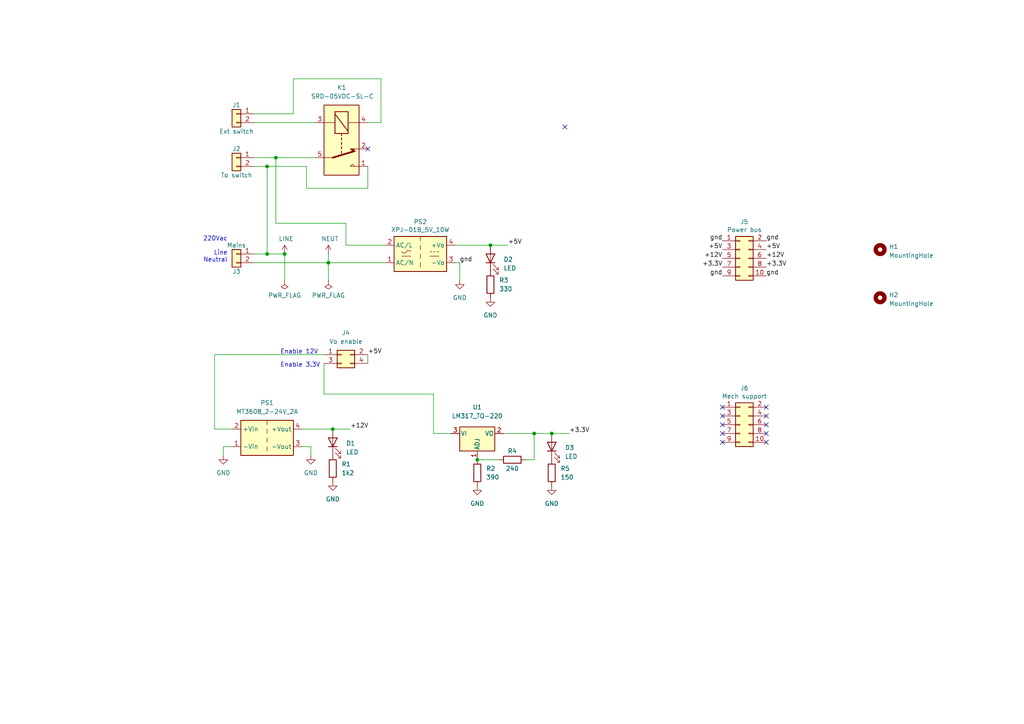
<source format=kicad_sch>
(kicad_sch (version 20211123) (generator eeschema)
  (paper "A4")
  (lib_symbols
    (symbol "Connector_Generic:Conn_01x02" (pin_names (offset 1.016) hide)
      (property "Reference" "J" (at 0 2.54 0))
      (property "Value" "Conn_01x02" (at 0 -5.08 0))
      (symbol "Conn_01x02_1_1"
        (rectangle (start -1.27 -2.413) (end 0 -2.667) (stroke (width 0.1524)))
        (rectangle (start -1.27 0.127) (end 0 -0.127) (stroke (width 0.1524)))
        (rectangle (start -1.27 1.27) (end 1.27 -3.81) (stroke (width 0.254)) (fill (type background)))
        (pin passive line (at -5.08 0 0) (length 3.81) (name "Pin_1") (number "1"))
        (pin passive line (at -5.08 -2.54 0) (length 3.81) (name "Pin_2") (number "2"))
      )
    )
    (symbol "Connector_Generic:Conn_02x02_Odd_Even" (pin_names (offset 1.016) hide)
      (property "Reference" "J" (at 1.27 2.54 0))
      (property "Value" "Conn_02x02_Odd_Even" (at 1.27 -5.08 0))
      (symbol "Conn_02x02_Odd_Even_1_1"
        (rectangle (start -1.27 -2.413) (end 0 -2.667) (stroke (width 0.1524)))
        (rectangle (start -1.27 0.127) (end 0 -0.127) (stroke (width 0.1524)))
        (rectangle (start -1.27 1.27) (end 3.81 -3.81) (stroke (width 0.254)) (fill (type background)))
        (rectangle (start 3.81 -2.413) (end 2.54 -2.667) (stroke (width 0.1524)))
        (rectangle (start 3.81 0.127) (end 2.54 -0.127) (stroke (width 0.1524)))
        (pin passive line (at -5.08 0 0) (length 3.81) (name "Pin_1") (number "1"))
        (pin passive line (at 7.62 0 180) (length 3.81) (name "Pin_2") (number "2"))
        (pin passive line (at -5.08 -2.54 0) (length 3.81) (name "Pin_3") (number "3"))
        (pin passive line (at 7.62 -2.54 180) (length 3.81) (name "Pin_4") (number "4"))
      )
    )
    (symbol "Connector_Generic:Conn_02x05_Odd_Even" (pin_names (offset 1.016) hide)
      (property "Reference" "J" (at 1.27 7.62 0))
      (property "Value" "Conn_02x05_Odd_Even" (at 1.27 -7.62 0))
      (symbol "Conn_02x05_Odd_Even_1_1"
        (rectangle (start -1.27 -4.953) (end 0 -5.207) (stroke (width 0.1524)))
        (rectangle (start -1.27 -2.413) (end 0 -2.667) (stroke (width 0.1524)))
        (rectangle (start -1.27 0.127) (end 0 -0.127) (stroke (width 0.1524)))
        (rectangle (start -1.27 2.667) (end 0 2.413) (stroke (width 0.1524)))
        (rectangle (start -1.27 5.207) (end 0 4.953) (stroke (width 0.1524)))
        (rectangle (start -1.27 6.35) (end 3.81 -6.35) (stroke (width 0.254)) (fill (type background)))
        (rectangle (start 3.81 -4.953) (end 2.54 -5.207) (stroke (width 0.1524)))
        (rectangle (start 3.81 -2.413) (end 2.54 -2.667) (stroke (width 0.1524)))
        (rectangle (start 3.81 0.127) (end 2.54 -0.127) (stroke (width 0.1524)))
        (rectangle (start 3.81 2.667) (end 2.54 2.413) (stroke (width 0.1524)))
        (rectangle (start 3.81 5.207) (end 2.54 4.953) (stroke (width 0.1524)))
        (pin passive line (at -5.08 5.08 0) (length 3.81) (name "Pin_1") (number "1"))
        (pin passive line (at 7.62 -5.08 180) (length 3.81) (name "Pin_10") (number "10"))
        (pin passive line (at 7.62 5.08 180) (length 3.81) (name "Pin_2") (number "2"))
        (pin passive line (at -5.08 2.54 0) (length 3.81) (name "Pin_3") (number "3"))
        (pin passive line (at 7.62 2.54 180) (length 3.81) (name "Pin_4") (number "4"))
        (pin passive line (at -5.08 0 0) (length 3.81) (name "Pin_5") (number "5"))
        (pin passive line (at 7.62 0 180) (length 3.81) (name "Pin_6") (number "6"))
        (pin passive line (at -5.08 -2.54 0) (length 3.81) (name "Pin_7") (number "7"))
        (pin passive line (at 7.62 -2.54 180) (length 3.81) (name "Pin_8") (number "8"))
        (pin passive line (at -5.08 -5.08 0) (length 3.81) (name "Pin_9") (number "9"))
      )
    )
    (symbol "Converter_ACDC:IRM-10-5"
      (property "Reference" "PS" (at 0 6.35 0))
      (property "Value" "IRM-10-5" (at 0 -6.35 0))
      (symbol "IRM-10-5_0_1"
        (rectangle (start -7.62 5.08) (end 7.62 -5.08) (stroke (width 0.254)) (fill (type background)))
        (arc (start -5.334 0.635) (mid -4.699 0.2495) (end -4.064 0.635))
        (arc (start -2.794 0.635) (mid -3.429 1.0072) (end -4.064 0.635))
        (polyline (pts (xy -5.334 -0.635) (xy -2.794 -0.635)))
        (polyline (pts (xy 0 -2.54) (xy 0 -3.81)))
        (polyline (pts (xy 0 0) (xy 0 -1.27)))
        (polyline (pts (xy 0 2.54) (xy 0 1.27)))
        (polyline (pts (xy 0 5.08) (xy 0 3.81)))
        (polyline (pts (xy 2.794 -0.635) (xy 5.334 -0.635)))
        (polyline (pts (xy 2.794 0.635) (xy 3.302 0.635)))
        (polyline (pts (xy 3.81 0.635) (xy 4.318 0.635)))
        (polyline (pts (xy 4.826 0.635) (xy 5.334 0.635)))
      )
      (symbol "IRM-10-5_1_1"
        (pin power_in line (at -10.16 -2.54 0) (length 2.54) (name "AC/N") (number "1"))
        (pin power_in line (at -10.16 2.54 0) (length 2.54) (name "AC/L") (number "2"))
        (pin power_out line (at 10.16 -2.54 180) (length 2.54) (name "-Vo") (number "3"))
        (pin power_out line (at 10.16 2.54 180) (length 2.54) (name "+Vo") (number "4"))
      )
    )
    (symbol "Converter_DCDC:MEE1S0512SC"
      (property "Reference" "PS" (at -7.62 6.35 0))
      (property "Value" "MEE1S0512SC" (at 1.27 6.35 0))
      (symbol "MEE1S0512SC_0_0"
        (pin power_in line (at -10.16 -2.54 0) (length 2.54) (name "-Vin") (number "1"))
        (pin power_in line (at -10.16 2.54 0) (length 2.54) (name "+Vin") (number "2"))
        (pin power_out line (at 10.16 -2.54 180) (length 2.54) (name "-Vout") (number "3"))
        (pin power_out line (at 10.16 2.54 180) (length 2.54) (name "+Vout") (number "4"))
      )
      (symbol "MEE1S0512SC_0_1"
        (rectangle (start -7.62 5.08) (end 7.62 -5.08) (stroke (width 0.254)) (fill (type background)))
        (polyline (pts (xy 0 -2.54) (xy 0 -3.81)))
        (polyline (pts (xy 0 0) (xy 0 -1.27)))
        (polyline (pts (xy 0 2.54) (xy 0 1.27)))
        (polyline (pts (xy 0 5.08) (xy 0 3.81)))
      )
    )
    (symbol "Device:LED" (pin_numbers hide) (pin_names (offset 1.016) hide)
      (property "Reference" "D" (at 0 2.54 0))
      (property "Value" "LED" (at 0 -2.54 0))
      (symbol "LED_0_1"
        (polyline (pts (xy -1.27 -1.27) (xy -1.27 1.27)) (stroke (width 0.254)))
        (polyline (pts (xy -1.27 0) (xy 1.27 0)))
        (polyline (pts (xy 1.27 -1.27) (xy 1.27 1.27) (xy -1.27 0) (xy 1.27 -1.27)) (stroke (width 0.254)))
        (polyline (pts (xy -3.048 -0.762) (xy -4.572 -2.286) (xy -3.81 -2.286) (xy -4.572 -2.286) (xy -4.572 -1.524)))
        (polyline (pts (xy -1.778 -0.762) (xy -3.302 -2.286) (xy -2.54 -2.286) (xy -3.302 -2.286) (xy -3.302 -1.524)))
      )
      (symbol "LED_1_1"
        (pin passive line (at -3.81 0 0) (length 2.54) (name "K") (number "1"))
        (pin passive line (at 3.81 0 180) (length 2.54) (name "A") (number "2"))
      )
    )
    (symbol "Device:R" (pin_numbers hide) (pin_names (offset 0))
      (property "Reference" "R" (at 2.032 0 90))
      (property "Value" "R" (at 0 0 90))
      (symbol "R_0_1"
        (rectangle (start -1.016 -2.54) (end 1.016 2.54) (stroke (width 0.254)))
      )
      (symbol "R_1_1"
        (pin passive line (at 0 3.81 270) (length 1.27) (name "~") (number "1"))
        (pin passive line (at 0 -3.81 90) (length 1.27) (name "~") (number "2"))
      )
    )
    (symbol "Mechanical:MountingHole" (pin_names (offset 1.016))
      (property "Reference" "H" (at 0 5.08 0))
      (property "Value" "MountingHole" (at 0 3.175 0))
      (symbol "MountingHole_0_1"
        (circle (center 0 0) (radius 1.27) (stroke (width 1.27)))
      )
    )
    (symbol "Regulator_Linear:LM317_TO-220" (pin_names (offset 0.254))
      (property "Reference" "U" (at -3.81 3.175 0))
      (property "Value" "LM317_TO-220" (at 0 3.175 0))
      (symbol "LM317_TO-220_0_1"
        (rectangle (start -5.08 1.905) (end 5.08 -5.08) (stroke (width 0.254)) (fill (type background)))
      )
      (symbol "LM317_TO-220_1_1"
        (pin input line (at 0 -7.62 90) (length 2.54) (name "ADJ") (number "1"))
        (pin power_out line (at 7.62 0 180) (length 2.54) (name "VO") (number "2"))
        (pin power_in line (at -7.62 0 0) (length 2.54) (name "VI") (number "3"))
      )
    )
    (symbol "Relay:Y14x-1C-xxDS"
      (property "Reference" "K" (at 11.43 3.81 0))
      (property "Value" "Y14x-1C-xxDS" (at 11.43 1.27 0))
      (symbol "Y14x-1C-xxDS_0_0"
        (polyline (pts (xy 7.62 5.08) (xy 7.62 2.54) (xy 6.985 3.175) (xy 7.62 3.81)))
      )
      (symbol "Y14x-1C-xxDS_0_1"
        (rectangle (start -10.16 5.08) (end 10.16 -5.08) (stroke (width 0.254)) (fill (type background)))
        (rectangle (start -8.255 1.905) (end -1.905 -1.905) (stroke (width 0.254)))
        (polyline (pts (xy -7.62 -1.905) (xy -2.54 1.905)) (stroke (width 0.254)))
        (polyline (pts (xy -5.08 -5.08) (xy -5.08 -1.905)))
        (polyline (pts (xy -5.08 5.08) (xy -5.08 1.905)))
        (polyline (pts (xy -1.905 0) (xy -1.27 0)) (stroke (width 0.254)))
        (polyline (pts (xy -0.635 0) (xy 0 0)) (stroke (width 0.254)))
        (polyline (pts (xy 0.635 0) (xy 1.27 0)) (stroke (width 0.254)))
        (polyline (pts (xy 1.905 0) (xy 2.54 0)) (stroke (width 0.254)))
        (polyline (pts (xy 3.175 0) (xy 3.81 0)) (stroke (width 0.254)))
        (polyline (pts (xy 5.08 -2.54) (xy 3.175 3.81)) (stroke (width 0.508)))
        (polyline (pts (xy 5.08 -2.54) (xy 5.08 -5.08)))
        (polyline (pts (xy 2.54 5.08) (xy 2.54 2.54) (xy 3.175 3.175) (xy 2.54 3.81)) (fill (type outline)))
      )
      (symbol "Y14x-1C-xxDS_1_1"
        (pin passive line (at 7.62 7.62 270) (length 2.54) (name "~") (number "1"))
        (pin passive line (at 2.54 7.62 270) (length 2.54) (name "~") (number "2"))
        (pin passive line (at -5.08 -7.62 90) (length 2.54) (name "~") (number "3"))
        (pin passive line (at -5.08 7.62 270) (length 2.54) (name "~") (number "4"))
        (pin passive line (at 5.08 -7.62 90) (length 2.54) (name "~") (number "5"))
        (pin passive line (at 5.08 -7.62 90) (length 2.54) hide (name "~") (number "6"))
      )
    )
    (symbol "power:GND" (power) (pin_names (offset 0))
      (property "Value" "GND" (at 0 -3.81 0))
      (symbol "GND_0_1"
        (polyline (pts (xy 0 0) (xy 0 -1.27) (xy 1.27 -1.27) (xy 0 -2.54) (xy -1.27 -1.27) (xy 0 -1.27)))
      )
      (symbol "GND_1_1"
        (pin power_in line (at 0 0 270) (length 0) hide (name "GND") (number "1"))
      )
    )
    (symbol "power:LINE" (power) (pin_names (offset 0))
      (property "Value" "LINE" (at 0 3.81 0))
      (symbol "LINE_0_1"
        (polyline (pts (xy -0.762 1.27) (xy 0 2.54)))
        (polyline (pts (xy 0 0) (xy 0 2.54)))
        (polyline (pts (xy 0 2.54) (xy 0.762 1.27)))
      )
      (symbol "LINE_1_1"
        (pin power_in line (at 0 0 90) (length 0) hide (name "LINE") (number "1"))
      )
    )
    (symbol "power:NEUT" (power) (pin_names (offset 0))
      (property "Value" "NEUT" (at 0 3.81 0))
      (symbol "NEUT_0_1"
        (polyline (pts (xy -0.762 1.27) (xy 0 2.54)))
        (polyline (pts (xy 0 0) (xy 0 2.54)))
        (polyline (pts (xy 0 2.54) (xy 0.762 1.27)))
      )
      (symbol "NEUT_1_1"
        (pin power_in line (at 0 0 90) (length 0) hide (name "NEUT") (number "1"))
      )
    )
    (symbol "power:PWR_FLAG" (power) (pin_numbers hide) (pin_names (offset 0) hide)
      (property "Value" "PWR_FLAG" (at 0 3.81 0))
      (symbol "PWR_FLAG_0_0"
        (pin power_out line (at 0 0 90) (length 0) (name "pwr") (number "1"))
      )
      (symbol "PWR_FLAG_0_1"
        (polyline (pts (xy 0 0) (xy 0 1.27) (xy -1.016 1.905) (xy 0 2.54) (xy 1.016 1.905) (xy 0 1.27)))
      )
    )
  )
  (junction (at 80.01 45.72))
  (junction (at 96.52 124.46))
  (junction (at 77.47 48.26))
  (junction (at 160.02 125.73))
  (junction (at 95.25 76.2))
  (junction (at 142.24 71.12))
  (junction (at 154.94 125.73))
  (junction (at 138.43 133.35))
  (junction (at 77.47 73.66))
  (junction (at 82.55 73.66))
  (no_connect (at 209.55 128.27))
  (no_connect (at 106.68 43.18))
  (no_connect (at 163.83 36.83))
  (no_connect (at 222.25 125.73))
  (no_connect (at 209.55 118.11))
  (no_connect (at 222.25 120.65))
  (no_connect (at 209.55 123.19))
  (no_connect (at 222.25 118.11))
  (no_connect (at 209.55 120.65))
  (no_connect (at 209.55 125.73))
  (no_connect (at 222.25 123.19))
  (no_connect (at 222.25 128.27))
  (wire (pts (xy 77.47 73.66) (xy 73.66 73.66)))
  (wire (pts (xy 77.47 48.26) (xy 88.9 48.26)))
  (wire (pts (xy 80.01 45.72) (xy 91.44 45.72)))
  (wire (pts (xy 154.94 125.73) (xy 160.02 125.73)))
  (wire (pts (xy 146.05 125.73) (xy 154.94 125.73)))
  (wire (pts (xy 110.49 22.86) (xy 110.49 35.56)))
  (wire (pts (xy 73.66 76.2) (xy 95.25 76.2)))
  (wire (pts (xy 125.73 125.73) (xy 130.81 125.73)))
  (wire (pts (xy 154.94 133.35) (xy 154.94 125.73)))
  (wire (pts (xy 132.08 71.12) (xy 142.24 71.12)))
  (wire (pts (xy 73.66 48.26) (xy 77.47 48.26)))
  (wire (pts (xy 64.77 129.54) (xy 64.77 132.08)))
  (wire (pts (xy 142.24 71.12) (xy 147.32 71.12)))
  (wire (pts (xy 95.25 76.2) (xy 95.25 81.28)))
  (wire (pts (xy 133.35 76.2) (xy 133.35 81.28)))
  (wire (pts (xy 85.09 33.02) (xy 85.09 22.86)))
  (wire (pts (xy 87.63 124.46) (xy 96.52 124.46)))
  (wire (pts (xy 96.52 124.46) (xy 101.6 124.46)))
  (wire (pts (xy 160.02 125.73) (xy 165.1 125.73)))
  (wire (pts (xy 110.49 35.56) (xy 106.68 35.56)))
  (wire (pts (xy 132.08 76.2) (xy 133.35 76.2)))
  (wire (pts (xy 93.98 102.87) (xy 62.23 102.87)))
  (wire (pts (xy 100.33 64.77) (xy 100.33 71.12)))
  (wire (pts (xy 95.25 73.66) (xy 95.25 76.2)))
  (wire (pts (xy 111.76 71.12) (xy 100.33 71.12)))
  (wire (pts (xy 62.23 124.46) (xy 67.31 124.46)))
  (wire (pts (xy 87.63 129.54) (xy 90.17 129.54)))
  (wire (pts (xy 80.01 64.77) (xy 100.33 64.77)))
  (wire (pts (xy 73.66 35.56) (xy 91.44 35.56)))
  (wire (pts (xy 82.55 73.66) (xy 77.47 73.66)))
  (wire (pts (xy 82.55 81.28) (xy 82.55 73.66)))
  (wire (pts (xy 106.68 54.61) (xy 88.9 54.61)))
  (wire (pts (xy 73.66 33.02) (xy 85.09 33.02)))
  (wire (pts (xy 77.47 48.26) (xy 77.47 73.66)))
  (wire (pts (xy 90.17 129.54) (xy 90.17 132.08)))
  (wire (pts (xy 85.09 22.86) (xy 110.49 22.86)))
  (wire (pts (xy 62.23 102.87) (xy 62.23 124.46)))
  (wire (pts (xy 138.43 133.35) (xy 144.78 133.35)))
  (wire (pts (xy 125.73 114.3) (xy 125.73 125.73)))
  (wire (pts (xy 73.66 45.72) (xy 80.01 45.72)))
  (wire (pts (xy 67.31 129.54) (xy 64.77 129.54)))
  (wire (pts (xy 95.25 76.2) (xy 111.76 76.2)))
  (wire (pts (xy 93.98 114.3) (xy 125.73 114.3)))
  (wire (pts (xy 106.68 102.87) (xy 106.68 105.41)))
  (wire (pts (xy 88.9 54.61) (xy 88.9 48.26)))
  (wire (pts (xy 106.68 48.26) (xy 106.68 54.61)))
  (wire (pts (xy 80.01 45.72) (xy 80.01 64.77)))
  (wire (pts (xy 93.98 105.41) (xy 93.98 114.3)))
  (wire (pts (xy 152.4 133.35) (xy 154.94 133.35)))
  (text "Enable 3.3V" (at 81.28 106.68 0) (effects (font (size 1.27 1.27)) (justify left bottom)))
  (text "Enable 12V" (at 81.28 102.87 0) (effects (font (size 1.27 1.27)) (justify left bottom)))
  (text "220Vac\n\nLine\nNeutral" (at 66.04 76.2 180) (effects (font (size 1.27 1.27)) (justify right bottom)))
  (label "+5V" (at 147.32 71.12 0))
  (label "+3.3V" (at 222.25 77.47 0))
  (label "gnd" (at 133.35 76.2 0))
  (label "gnd" (at 209.55 80.01 180))
  (label "+12V" (at 222.25 74.93 0))
  (label "+5V" (at 106.68 102.87 0))
  (label "+5V" (at 222.25 72.39 0))
  (label "+3.3V" (at 165.1 125.73 0))
  (label "+12V" (at 209.55 74.93 180))
  (label "+5V" (at 209.55 72.39 180))
  (label "+12V" (at 101.6 124.46 0))
  (label "+3.3V" (at 209.55 77.47 180))
  (label "gnd" (at 222.25 80.01 0))
  (label "gnd" (at 222.25 69.85 0))
  (label "gnd" (at 209.55 69.85 180))
  (symbol (lib_id "power:NEUT") (at 95.25 73.66 0) (unit 1)
    (property "Reference" "#PWR04" (effects hide))
    (property "Value" "NEUT" (at 95.6818 69.2658 0))
  )
  (symbol (lib_id "power:GND") (at 133.35 81.28 0) (unit 1)
    (property "Reference" "#PWR06" (effects hide))
    (property "Value" "GND" (at 133.35 86.36 0))
  )
  (symbol (lib_id "Device:LED") (at 96.52 128.27 90) (unit 1)
    (property "Reference" "D1" (at 100.33 128.5874 90) (effects (justify right)))
    (property "Value" "LED" (at 100.33 131.1274 90) (effects (justify right)))
    (property "Footprint" "LED_THT:LED_D3.0mm" (effects hide))
  )
  (symbol (lib_id "power:GND") (at 160.02 140.97 0) (unit 1)
    (property "Reference" "#PWR09" (effects hide))
    (property "Value" "GND" (at 160.02 146.05 0))
  )
  (symbol (lib_id "power:GND") (at 64.77 132.08 0) (unit 1)
    (property "Reference" "#PWR01" (effects hide))
    (property "Value" "GND" (at 64.77 137.16 0))
  )
  (symbol (lib_id "Connector_Generic:Conn_02x05_Odd_Even") (at 214.63 123.19 0) (unit 1)
    (property "Reference" "J6" (at 215.9 112.5982 0))
    (property "Value" "Mech support" (at 215.9 114.9096 0))
    (property "Footprint" "Connector_PinHeader_2.54mm:PinHeader_2x05_P2.54mm_Vertical" (effects hide))
  )
  (symbol (lib_id "Connector_Generic:Conn_02x05_Odd_Even") (at 214.63 74.93 0) (unit 1)
    (property "Reference" "J5" (at 215.9 64.3382 0))
    (property "Value" "Power bus" (at 215.9 66.6496 0))
    (property "Footprint" "Connector_PinHeader_2.54mm:PinHeader_2x05_P2.54mm_Vertical" (effects hide))
  )
  (symbol (lib_id "Device:R") (at 138.43 137.16 0) (unit 1)
    (property "Reference" "R2" (at 140.97 135.8899 0) (effects (justify left)))
    (property "Value" "390" (at 140.97 138.4299 0) (effects (justify left)))
    (property "Footprint" "Resistor_THT:R_Axial_DIN0207_L6.3mm_D2.5mm_P7.62mm_Horizontal" (effects hide))
  )
  (symbol (lib_id "power:GND") (at 138.43 140.97 0) (unit 1)
    (property "Reference" "#PWR07" (effects hide))
    (property "Value" "GND" (at 138.43 146.05 0))
  )
  (symbol (lib_id "power:LINE") (at 82.55 73.66 0) (unit 1)
    (property "Reference" "#PWR02" (effects hide))
    (property "Value" "LINE" (at 82.9818 69.2658 0))
  )
  (symbol (lib_id "Relay:Y14x-1C-xxDS") (at 99.06 40.64 270) (unit 1)
    (property "Reference" "K1" (at 97.79 25.4 90) (effects (justify left)))
    (property "Value" "SRD-05VDC-SL-C" (at 90.17 27.94 90) (effects (justify left)))
    (property "Footprint" "MyStuff:Relay_SPDT_Songel-15x19mm" (effects hide))
    (property "Datasheet" "http://www.hsinda.com.cn/en/imgdown.asp?FileName=UploadFiles/201431310240386.pdf" (effects hide))
  )
  (symbol (lib_id "Connector_Generic:Conn_02x02_Odd_Even") (at 99.06 102.87 0) (unit 1)
    (property "Reference" "J4" (at 100.33 96.52 0))
    (property "Value" "Vo enable" (at 100.33 99.06 0))
    (property "Footprint" "Connector_PinHeader_2.54mm:PinHeader_2x02_P2.54mm_Vertical" (effects hide))
  )
  (symbol (lib_id "power:PWR_FLAG") (at 95.25 81.28 0) (mirror x) (unit 1)
    (property "Reference" "#FLG02" (effects hide))
    (property "Value" "PWR_FLAG" (at 95.25 85.6742 0))
  )
  (symbol (lib_id "Device:R") (at 96.52 135.89 0) (unit 1)
    (property "Reference" "R1" (at 99.06 134.6199 0) (effects (justify left)))
    (property "Value" "1k2" (at 99.06 137.1599 0) (effects (justify left)))
    (property "Footprint" "Resistor_THT:R_Axial_DIN0207_L6.3mm_D2.5mm_P7.62mm_Horizontal" (effects hide))
  )
  (symbol (lib_id "Device:R") (at 148.59 133.35 270) (unit 1)
    (property "Reference" "R4" (at 148.59 130.81 90))
    (property "Value" "240" (at 148.59 135.89 90))
    (property "Footprint" "Resistor_THT:R_Axial_DIN0207_L6.3mm_D2.5mm_P7.62mm_Horizontal" (effects hide))
  )
  (symbol (lib_id "power:GND") (at 96.52 139.7 0) (unit 1)
    (property "Reference" "#PWR05" (effects hide))
    (property "Value" "GND" (at 96.52 144.78 0))
  )
  (symbol (lib_id "power:PWR_FLAG") (at 82.55 81.28 0) (mirror x) (unit 1)
    (property "Reference" "#FLG01" (effects hide))
    (property "Value" "PWR_FLAG" (at 82.55 85.6742 0))
  )
  (symbol (lib_id "Converter_DCDC:MEE1S0512SC") (at 77.47 127 0) (unit 1)
    (property "Reference" "PS1" (at 77.47 116.84 0))
    (property "Value" "MT3608_2-24V_2A" (at 77.47 119.38 0))
    (property "Footprint" "MyStuff:MT3608_2-24V_2A" (effects hide))
    (property "Datasheet" "https://power.murata.com/pub/data/power/ncl/kdc_mee1.pdf" (effects hide))
  )
  (symbol (lib_id "power:GND") (at 142.24 86.36 0) (unit 1)
    (property "Reference" "#PWR08" (effects hide))
    (property "Value" "GND" (at 142.24 91.44 0))
  )
  (symbol (lib_id "Mechanical:MountingHole") (at 255.27 86.36 0) (unit 1)
    (property "Reference" "H2" (at 257.81 85.5253 0) (effects (justify left)))
    (property "Value" "MountingHole" (at 257.81 88.0622 0) (effects (justify left)))
    (property "Footprint" "MyStuff:Mounting_Hole_0.2in" (effects hide))
  )
  (symbol (lib_id "Connector_Generic:Conn_01x02") (at 68.58 45.72 0) (mirror y) (unit 1)
    (property "Reference" "J2" (at 68.58 43.18 0))
    (property "Value" "To switch" (at 68.58 50.8 0))
    (property "Footprint" "Connector_PinHeader_2.54mm:PinHeader_1x02_P2.54mm_Vertical" (effects hide))
  )
  (symbol (lib_id "Converter_ACDC:IRM-10-5") (at 121.92 73.66 0) (unit 1)
    (property "Reference" "PS2" (at 121.92 64.3382 0))
    (property "Value" "XPJ-01B_5V_10W" (at 121.92 66.6496 0))
    (property "Footprint" "MyStuff:Converter_ACDC_5V_10W_XPJ-01B" (effects hide))
    (property "Datasheet" "https://www.meanwell.com/Upload/PDF/IRM-10/IRM-10-SPEC.PDF" (effects hide))
  )
  (symbol (lib_id "Regulator_Linear:LM317_TO-220") (at 138.43 125.73 0) (unit 1)
    (property "Reference" "U1" (at 138.43 118.11 0))
    (property "Value" "LM317_TO-220" (at 138.43 120.65 0))
    (property "Footprint" "Package_TO_SOT_THT:TO-220-3_Vertical" (effects hide))
    (property "Datasheet" "http://www.ti.com/lit/ds/symlink/lm317.pdf" (effects hide))
  )
  (symbol (lib_id "Connector_Generic:Conn_01x02") (at 68.58 73.66 0) (mirror y) (unit 1)
    (property "Reference" "J3" (at 68.58 78.74 0))
    (property "Value" "Mains" (at 68.58 71.12 0))
    (property "Footprint" "MyStuff:IEC60320_2pin" (effects hide))
  )
  (symbol (lib_id "Device:R") (at 160.02 137.16 0) (unit 1)
    (property "Reference" "R5" (at 162.56 135.8899 0) (effects (justify left)))
    (property "Value" "150" (at 162.56 138.4299 0) (effects (justify left)))
    (property "Footprint" "Resistor_THT:R_Axial_DIN0207_L6.3mm_D2.5mm_P7.62mm_Horizontal" (effects hide))
  )
  (symbol (lib_id "Device:R") (at 142.24 82.55 0) (unit 1)
    (property "Reference" "R3" (at 144.78 81.2799 0) (effects (justify left)))
    (property "Value" "330" (at 144.78 83.8199 0) (effects (justify left)))
    (property "Footprint" "Resistor_THT:R_Axial_DIN0207_L6.3mm_D2.5mm_P7.62mm_Horizontal" (effects hide))
  )
  (symbol (lib_id "Device:LED") (at 160.02 129.54 90) (unit 1)
    (property "Reference" "D3" (at 163.83 129.8574 90) (effects (justify right)))
    (property "Value" "LED" (at 163.83 132.3974 90) (effects (justify right)))
    (property "Footprint" "LED_THT:LED_D3.0mm" (effects hide))
  )
  (symbol (lib_id "Device:LED") (at 142.24 74.93 90) (unit 1)
    (property "Reference" "D2" (at 146.05 75.2474 90) (effects (justify right)))
    (property "Value" "LED" (at 146.05 77.7874 90) (effects (justify right)))
    (property "Footprint" "LED_THT:LED_D3.0mm" (effects hide))
  )
  (symbol (lib_id "Connector_Generic:Conn_01x02") (at 68.58 33.02 0) (mirror y) (unit 1)
    (property "Reference" "J1" (at 68.58 30.48 0))
    (property "Value" "Ext switch" (at 68.58 38.1 0))
    (property "Footprint" "Connector_PinHeader_2.54mm:PinHeader_1x02_P2.54mm_Vertical" (effects hide))
  )
  (symbol (lib_id "Mechanical:MountingHole") (at 255.27 72.39 0) (unit 1)
    (property "Reference" "H1" (at 257.81 71.5553 0) (effects (justify left)))
    (property "Value" "MountingHole" (at 257.81 74.0922 0) (effects (justify left)))
    (property "Footprint" "MyStuff:Mounting_Hole_0.2in" (effects hide))
  )
  (symbol (lib_id "power:GND") (at 90.17 132.08 0) (unit 1)
    (property "Reference" "#PWR03" (effects hide))
    (property "Value" "GND" (at 90.17 137.16 0))
  )
)
</source>
